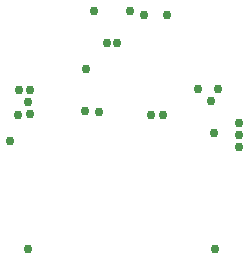
<source format=gbr>
G04 EAGLE Gerber RS-274X export*
G75*
%MOMM*%
%FSLAX34Y34*%
%LPD*%
%INCopper Layer 2*%
%IPPOS*%
%AMOC8*
5,1,8,0,0,1.08239X$1,22.5*%
G01*
%ADD10C,0.756400*%


D10*
X96000Y123000D03*
X162500Y120032D03*
X206000Y6500D03*
X47500Y6000D03*
X134500Y208000D03*
X146000Y204500D03*
X104000Y207500D03*
X50000Y140500D03*
X48000Y130500D03*
X50000Y120500D03*
X40000Y140500D03*
X123500Y181000D03*
X114500Y181000D03*
X166000Y204500D03*
X208500Y141500D03*
X191500Y142094D03*
X202500Y131500D03*
X39068Y120000D03*
X205500Y104500D03*
X97000Y158568D03*
X33000Y97500D03*
X108000Y122000D03*
X152412Y119900D03*
X226500Y113000D03*
X226500Y103000D03*
X226500Y93000D03*
M02*

</source>
